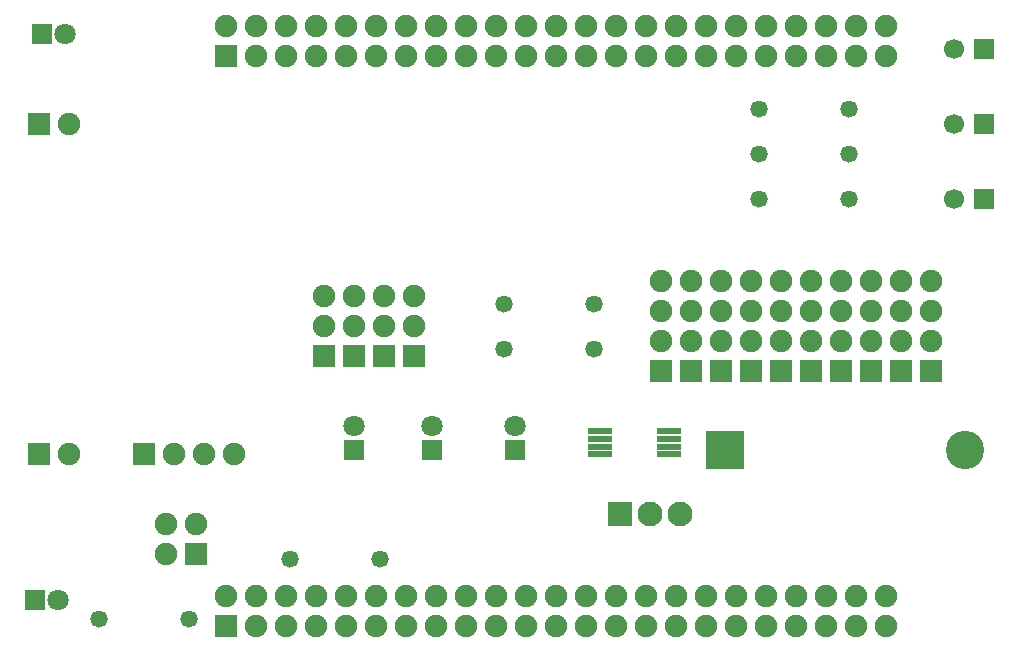
<source format=gbr>
G04 DipTrace 3.3.1.3*
G04 TopMask.gbr*
%MOMM*%
G04 #@! TF.FileFunction,Soldermask,Top*
G04 #@! TF.Part,Single*
%ADD31R,1.7X1.7*%
%ADD32C,1.7*%
%ADD33R,1.9X1.9*%
%ADD34C,1.9*%
%ADD47R,2.0X0.6*%
%ADD49C,2.1*%
%ADD50R,2.1X2.1*%
%ADD53R,3.248X3.248*%
%ADD55C,3.248*%
%ADD57C,1.8*%
%ADD59R,1.8X1.8*%
%ADD61C,1.47*%
%ADD63C,1.47*%
%FSLAX35Y35*%
G04*
G71*
G90*
G75*
G01*
G04 TopMask*
%LPD*%
D63*
X6080000Y3667000D3*
D61*
X5318000D3*
D63*
X6080000Y4048000D3*
D61*
X5318000D3*
D63*
X4270250Y1889000D3*
D61*
X3508250D3*
D59*
X1349250Y1539750D3*
D57*
X1549250D3*
D55*
X9223250Y2809750D3*
D53*
X7191250D3*
D32*
X9128000Y6207000D3*
D31*
X9382000D3*
D33*
X1381000Y5572000D3*
D34*
X1635000D3*
D33*
X2270000Y2778000D3*
D34*
X2524000D3*
X2778000D3*
X3032000D3*
D33*
X8175500Y3476500D3*
D34*
Y3730500D3*
Y3984500D3*
Y4238500D3*
D33*
X7921500Y3476500D3*
D34*
Y3730500D3*
Y3984500D3*
Y4238500D3*
D33*
X7667500Y3476500D3*
D34*
Y3730500D3*
Y3984500D3*
Y4238500D3*
D33*
X7413500Y3476500D3*
D34*
Y3730500D3*
Y3984500D3*
Y4238500D3*
D33*
X7159500Y3476500D3*
D34*
Y3730500D3*
Y3984500D3*
Y4238500D3*
D33*
X6905500Y3476500D3*
D34*
Y3730500D3*
Y3984500D3*
Y4238500D3*
D33*
X6651500Y3476500D3*
D34*
Y3730500D3*
Y3984500D3*
Y4238500D3*
D33*
X8429500Y3476500D3*
D34*
Y3730500D3*
Y3984500D3*
Y4238500D3*
D33*
X8683500Y3476500D3*
D34*
Y3730500D3*
Y3984500D3*
Y4238500D3*
D33*
X8937500Y3476500D3*
D34*
Y3730500D3*
Y3984500D3*
Y4238500D3*
D33*
X2714500Y1927100D3*
D34*
X2460500D3*
X2714500Y2181100D3*
X2460500D3*
D33*
X2968500Y1317500D3*
D34*
Y1571500D3*
X3222500Y1317500D3*
Y1571500D3*
X3476500Y1317500D3*
Y1571500D3*
X3730500Y1317500D3*
Y1571500D3*
X3984500Y1317500D3*
Y1571500D3*
X4238500Y1317500D3*
Y1571500D3*
X4492500Y1317500D3*
Y1571500D3*
X4746500Y1317500D3*
Y1571500D3*
X5000500Y1317500D3*
Y1571500D3*
X5254500Y1317500D3*
Y1571500D3*
X5508500Y1317500D3*
Y1571500D3*
X5762500Y1317500D3*
Y1571500D3*
X6016500Y1317500D3*
Y1571500D3*
X6270500Y1317500D3*
Y1571500D3*
X6524500Y1317500D3*
Y1571500D3*
X6778500Y1317500D3*
Y1571500D3*
X7032500Y1317500D3*
Y1571500D3*
X7286500Y1317500D3*
Y1571500D3*
X7540500Y1317500D3*
Y1571500D3*
X7794500Y1317500D3*
Y1571500D3*
X8048500Y1317500D3*
Y1571500D3*
X8302500Y1317500D3*
Y1571500D3*
X8556500Y1317500D3*
Y1571500D3*
D33*
X3794000Y3603500D3*
D34*
Y3857500D3*
Y4111500D3*
D33*
X4048000Y3603500D3*
D34*
Y3857500D3*
Y4111500D3*
D33*
X4302000Y3603500D3*
D34*
Y3857500D3*
Y4111500D3*
D33*
X4556000Y3603500D3*
D34*
Y3857500D3*
Y4111500D3*
D32*
X9128000Y4937000D3*
D31*
X9382000D3*
D33*
X1381000Y2778000D3*
D34*
X1635000D3*
D59*
X1408000Y6334000D3*
D57*
X1608000D3*
D59*
X4048000Y2809750D3*
D57*
Y3009750D3*
D59*
X4714750Y2809750D3*
D57*
Y3009750D3*
D59*
X5413250Y2809750D3*
D57*
Y3009750D3*
D50*
X6302250Y2270000D3*
D49*
X6556250D3*
X6810250D3*
D63*
X8239000Y4937000D3*
D61*
X7477000D3*
D63*
X8239000Y5318000D3*
D61*
X7477000D3*
D63*
X8239000Y5699000D3*
D61*
X7477000D3*
D63*
X1889000Y1381000D3*
D61*
X2651000D3*
D33*
X2968500Y6143500D3*
D34*
Y6397500D3*
X3222500Y6143500D3*
Y6397500D3*
X3476500Y6143500D3*
Y6397500D3*
X3730500Y6143500D3*
Y6397500D3*
X3984500Y6143500D3*
Y6397500D3*
X4238500Y6143500D3*
Y6397500D3*
X4492500Y6143500D3*
Y6397500D3*
X4746500Y6143500D3*
Y6397500D3*
X5000500Y6143500D3*
Y6397500D3*
X5254500Y6143500D3*
Y6397500D3*
X5508500Y6143500D3*
Y6397500D3*
X5762500Y6143500D3*
Y6397500D3*
X6016500Y6143500D3*
Y6397500D3*
X6270500Y6143500D3*
Y6397500D3*
X6524500Y6143500D3*
Y6397500D3*
X6778500Y6143500D3*
Y6397500D3*
X7032500Y6143500D3*
Y6397500D3*
X7286500Y6143500D3*
Y6397500D3*
X7540500Y6143500D3*
Y6397500D3*
X7794500Y6143500D3*
Y6397500D3*
X8048500Y6143500D3*
Y6397500D3*
X8302500Y6143500D3*
Y6397500D3*
X8556500Y6143500D3*
Y6397500D3*
D32*
X9128000Y5572000D3*
D31*
X9382000D3*
D47*
X6138050Y2967677D3*
Y2902677D3*
Y2837677D3*
Y2772677D3*
X6718050D3*
Y2837677D3*
Y2902677D3*
Y2967677D3*
M02*

</source>
